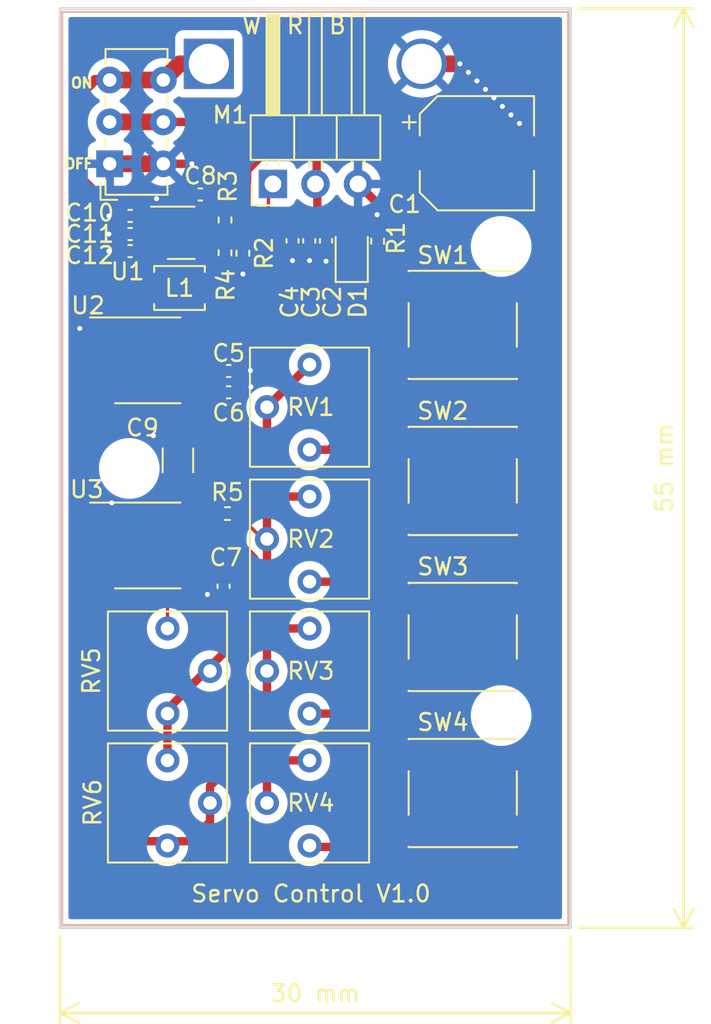
<source format=kicad_pcb>
(kicad_pcb (version 20211014) (generator pcbnew)
  (layers (0 "F.Cu" signal "Top") (31 "B.Cu" signal "Bottom") (34 "B.Paste" user) (35 "F.Paste" user) (36 "B.SilkS" user "B.Silkscreen") (37 "F.SilkS" user "F.Silkscreen") (38 "B.Mask" user) (39 "F.Mask" user) (44 "Edge.Cuts" user))
  (net 0 "")
  (net 1 "Vin")
  (net 2 "GND")
  (net 3 "+6V")
  (net 4 "Net-(C7-Pad1)")
  (net 5 "Net-(C8-Pad1)")
  (net 6 "Net-(M1-Pad1)")
  (net 7 "Net-(R4-Pad2)")
  (net 8 "Net-(RV3-Pad3)")
  (net 9 "Net-(RV4-Pad3)")
  (net 10 "Net-(R2-Pad2)")
  (net 11 "Net-(D1-Pad1)")
  (net 12 "Net-(C2-Pad1)")
  (net 13 "Net-(C5-Pad2)")
  (net 14 "Net-(C5-Pad1)")
  (net 15 "Net-(C9-Pad1)")
  (net 16 "Net-(R2-Pad1)")
  (net 17 "Net-(R3-Pad2)")
  (net 18 "Net-(RV1-Pad3)")
  (net 19 "Net-(RV2-Pad3)")
  (net 20 "Net-(RV6-Pad1)")
  (net 21 "Net-(U3-Pad3)")
  (footprint "Package_SO:SOIC-8_3.9x4.9mm_P1.27mm" (layer "F.Cu") (at 95.4182 136.442466)
    (fp_text reference "U3" (at -3.648 -3.346466) (layer "F.SilkS"))
    (fp_text value "NE555D")
    (pad "1" smd roundrect (at -2.475 -1.905) (size 1.95 0.6) (layers "F.Cu" "F.Paste" "F.Mask") (net 2 "GND"))
    (pad "2" smd roundrect (at -2.475 -0.635) (size 1.95 0.6) (layers "F.Cu" "F.Paste" "F.Mask") (net 12 "Net-(C2-Pad1)"))
    (pad "3" smd roundrect (at -2.475 0.635) (size 1.95 0.6) (layers "F.Cu" "F.Paste" "F.Mask") (net 21 "Net-(U3-Pad3)"))
    (pad "4" smd roundrect (at -2.475 1.905) (size 1.95 0.6) (layers "F.Cu" "F.Paste" "F.Mask") (net 3 "+6V"))
    (pad "5" smd roundrect (at 2.475 1.905) (size 1.95 0.6) (layers "F.Cu" "F.Paste" "F.Mask") (net 15 "Net-(C9-Pad1)"))
    (pad "6" smd roundrect (at 2.475 0.635) (size 1.95 0.6) (layers "F.Cu" "F.Paste" "F.Mask") (net 12 "Net-(C2-Pad1)"))
    (pad "7" smd roundrect (at 2.475 -0.635) (size 1.95 0.6) (layers "F.Cu" "F.Paste" "F.Mask") (net 20 "Net-(RV6-Pad1)"))
    (pad "8" smd roundrect (at 2.475 -1.905) (size 1.95 0.6) (layers "F.Cu" "F.Paste" "F.Mask") (net 3 "+6V"))
  )
  (footprint "Capacitor_SMD:C_0402_1005Metric" (layer "F.Cu") (at 106.0542 118.261466 -90)
    (fp_text reference "C2" (at 3.658534 -0.3718 90) (layer "F.SilkS"))
    (fp_text value "22uF")
    (pad "1" smd roundrect (at -0.48 0 270) (size 0.56 0.62) (layers "F.Cu" "F.Paste" "F.Mask") (net 3 "+6V"))
    (pad "2" smd roundrect (at 0.48 0 270) (size 0.56 0.62) (layers "F.Cu" "F.Paste" "F.Mask") (net 2 "GND"))
  )
  (footprint "Capacitor_SMD:C_0402_1005Metric" (layer "F.Cu") (at 105.0542 118.261466 -90)
    (fp_text reference "C3" (at 3.658534 -0.1018 90) (layer "F.SilkS"))
    (fp_text value "22uF")
    (pad "1" smd roundrect (at -0.48 0 270) (size 0.56 0.62) (layers "F.Cu" "F.Paste" "F.Mask") (net 3 "+6V"))
    (pad "2" smd roundrect (at 0.48 0 270) (size 0.56 0.62) (layers "F.Cu" "F.Paste" "F.Mask") (net 2 "GND"))
  )
  (footprint "Capacitor_SMD:CP_Elec_6.3x7.7" (layer "F.Cu") (at 115.062 113.03)
    (fp_text reference "C1" (at -4.318 3.048) (layer "F.SilkS"))
    (fp_text value "470uF")
    (pad "1" smd roundrect (at -2.7 0) (size 3.5 1.6) (layers "F.Cu" "F.Paste" "F.Mask") (roundrect_rratio 0.15625) (net 3 "+6V"))
    (pad "2" smd roundrect (at 2.7 0) (size 3.5 1.6) (layers "F.Cu" "F.Paste" "F.Mask") (roundrect_rratio 0.15625) (net 2 "GND"))
  )
  (footprint "EG1271:POT" (layer "F.Cu") (at 105.1482 143.935466 180)
    (fp_text reference "RV3" (at 0 0 unlocked) (layer "F.SilkS"))
    (fp_text value "5K")
    (pad "1" thru_hole circle (at 0.078 2.54 180) (size 1.44 1.44) (drill 0.8) (layers *.Mask "F.Cu" "In1.Cu" "B.Cu") (net 17 "Net-(R3-Pad2)"))
    (pad "2" thru_hole circle (at 2.618 0 180) (size 1.44 1.44) (drill 0.8) (layers *.Mask "F.Cu" "In1.Cu" "B.Cu") (net 17 "Net-(R3-Pad2)"))
    (pad "3" thru_hole circle (at 0.078 -2.54 180) (size 1.44 1.44) (drill 0.8) (layers *.Mask "F.Cu" "In1.Cu" "B.Cu") (net 9 "Net-(RV4-Pad3)"))
  )
  (footprint "LED_SMD:LED_0805_2012Metric" (layer "F.Cu") (at 107.5892 119.031466 90)
    (fp_text reference "D1" (at -2.888534 0.3608 90) (layer "F.SilkS"))
    (fp_text value "PWD")
    (pad "1" smd roundrect (at -0.9375 0 90) (size 0.975 1.4) (layers "F.Cu" "F.Paste" "F.Mask") (net 11 "Net-(D1-Pad1)"))
    (pad "2" smd roundrect (at 0.9375 0 90) (size 0.975 1.4) (layers "F.Cu" "F.Paste" "F.Mask") (net 3 "+6V"))
  )
  (footprint "Button_Switch_SMD:SW_SPST_PTS645" (layer "F.Cu") (at 114.2142 151.2168)
    (fp_text reference "SW4" (at -1.1842 -4.221466) (layer "F.SilkS"))
    (fp_text value "SW_Push")
    (pad "1" smd rect (at -3.98 -2.25) (size 1.55 1.3) (layers "F.Cu" "F.Paste" "F.Mask") (net 4 "Net-(C7-Pad1)"))
    (pad "1" smd rect (at 3.98 -2.25) (size 1.55 1.3) (layers "F.Cu" "F.Paste" "F.Mask") (net 4 "Net-(C7-Pad1)"))
    (pad "2" smd rect (at -3.98 2.25) (size 1.55 1.3) (layers "F.Cu" "F.Paste" "F.Mask") (net 8 "Net-(RV3-Pad3)"))
    (pad "2" smd rect (at 3.98 2.25) (size 1.55 1.3) (layers "F.Cu" "F.Paste" "F.Mask") (net 8 "Net-(RV3-Pad3)"))
  )
  (footprint "Resistor_SMD:R_0402_1005Metric" (layer "F.Cu") (at 100.0252 117.0178 90)
    (fp_text reference "R3" (at 2.0066 0.1778 90) (layer "F.SilkS"))
    (fp_text value "10K")
    (pad "1" smd roundrect (at -0.51 0 90) (size 0.54 0.64) (layers "F.Cu" "F.Paste" "F.Mask") (net 16 "Net-(R2-Pad1)"))
    (pad "2" smd roundrect (at 0.51 0 90) (size 0.54 0.64) (layers "F.Cu" "F.Paste" "F.Mask") (net 10 "Net-(R2-Pad2)"))
  )
  (footprint "Inductor_SMD:L_Wuerth_WE-GF-1210" (layer "F.Cu") (at 97.3074 121.075466)
    (fp_text reference "L1" (at 0 0) (layer "F.SilkS"))
    (fp_text value "2.2uH")
    (pad "1" smd rect (at -1.4 0) (size 1 1.4) (layers "F.Cu" "F.Paste" "F.Mask") (net 13 "Net-(C5-Pad2)"))
    (pad "2" smd rect (at 1.4 0) (size 1 1.4) (layers "F.Cu" "F.Paste" "F.Mask") (net 3 "+6V"))
  )
  (footprint "Resistor_SMD:R_0402_1005Metric" (layer "F.Cu") (at 100.168 134.537466)
    (fp_text reference "R5" (at 0 -1.27) (layer "F.SilkS"))
    (fp_text value "5K")
    (pad "1" smd roundrect (at -0.51 0) (size 0.54 0.64) (layers "F.Cu" "F.Paste" "F.Mask") (net 3 "+6V"))
    (pad "2" smd roundrect (at 0.51 0) (size 0.54 0.64) (layers "F.Cu" "F.Paste" "F.Mask") (net 17 "Net-(R3-Pad2)"))
  )
  (footprint "Capacitor_SMD:C_0402_1005Metric" (layer "F.Cu") (at 100.2442 126.028466)
    (fp_text reference "C5" (at 0 -1.060466) (layer "F.SilkS"))
    (fp_text value "180nF")
    (pad "1" smd roundrect (at -0.48 0) (size 0.56 0.62) (layers "F.Cu" "F.Paste" "F.Mask") (net 4 "Net-(C7-Pad1)"))
    (pad "2" smd roundrect (at 0.48 0) (size 0.56 0.62) (layers "F.Cu" "F.Paste" "F.Mask") (net 2 "GND"))
  )
  (footprint "Button_Switch_SMD:SW_SPST_PTS645" (layer "F.Cu") (at 114.2142 141.903466)
    (fp_text reference "SW3" (at -1.1842 -4.19791) (layer "F.SilkS"))
    (fp_text value "SW_Push")
    (pad "1" smd rect (at 3.98 -2.25) (size 1.55 1.3) (layers "F.Cu" "F.Paste" "F.Mask") (net 4 "Net-(C7-Pad1)"))
    (pad "1" smd rect (at -3.98 -2.25) (size 1.55 1.3) (layers "F.Cu" "F.Paste" "F.Mask") (net 4 "Net-(C7-Pad1)"))
    (pad "2" smd rect (at -3.98 2.25) (size 1.55 1.3) (layers "F.Cu" "F.Paste" "F.Mask") (net 9 "Net-(RV4-Pad3)"))
    (pad "2" smd rect (at 3.98 2.25) (size 1.55 1.3) (layers "F.Cu" "F.Paste" "F.Mask") (net 9 "Net-(RV4-Pad3)"))
  )
  (footprint "Connector_PinHeader_2.54mm:PinHeader_1x03_P2.54mm_Horizontal" (layer "F.Cu") (at 102.885 114.865 90)
    (fp_text reference "M1" (at 4.121 -2.555) (layer "F.SilkS"))
    (fp_text value "Motor_Servo")
    (pad "1" thru_hole rect (at 0 0 90) (size 1.7 1.7) (drill 1) (layers *.Cu *.Mask) (net 6 "Net-(M1-Pad1)"))
    (pad "2" thru_hole oval (at 0 2.54 90) (size 1.7 1.7) (drill 1) (layers *.Cu *.Mask) (net 3 "+6V"))
    (pad "3" thru_hole oval (at 0 5.08 90) (size 1.7 1.7) (drill 1) (layers *.Cu *.Mask) (net 2 "GND"))
  )
  (footprint "Capacitor_SMD:C_0402_1005Metric" (layer "F.Cu") (at 100.2442 127.298466)
    (fp_text reference "C6" (at 0 1.225534) (layer "F.SilkS"))
    (fp_text value "100nF")
    (pad "1" smd roundrect (at -0.48 0) (size 0.56 0.62) (layers "F.Cu" "F.Paste" "F.Mask") (net 5 "Net-(C8-Pad1)"))
    (pad "2" smd roundrect (at 0.48 0) (size 0.56 0.62) (layers "F.Cu" "F.Paste" "F.Mask") (net 2 "GND"))
  )
  (footprint "Capacitor_SMD:C_0402_1005Metric" (layer "F.Cu") (at 99.9394 138.880866 -90)
    (fp_text reference "C7" (at -1.720866 -0.1366) (layer "F.SilkS"))
    (fp_text value "100nF")
    (pad "1" smd roundrect (at -0.48 0 270) (size 0.56 0.62) (layers "F.Cu" "F.Paste" "F.Mask") (net 15 "Net-(C9-Pad1)"))
    (pad "2" smd roundrect (at 0.48 0 270) (size 0.56 0.62) (layers "F.Cu" "F.Paste" "F.Mask") (net 2 "GND"))
  )
  (footprint "Button_Switch_SMD:SW_SPST_PTS645" (layer "F.Cu") (at 114.2142 123.2768)
    (fp_text reference "SW1" (at -1.1842 -4.1508) (layer "F.SilkS"))
    (fp_text value "SW_Push")
    (pad "1" smd rect (at -3.98 -2.25) (size 1.55 1.3) (layers "F.Cu" "F.Paste" "F.Mask") (net 4 "Net-(C7-Pad1)"))
    (pad "1" smd rect (at 3.98 -2.25) (size 1.55 1.3) (layers "F.Cu" "F.Paste" "F.Mask") (net 4 "Net-(C7-Pad1)"))
    (pad "2" smd rect (at 3.98 2.25) (size 1.55 1.3) (layers "F.Cu" "F.Paste" "F.Mask") (net 18 "Net-(RV1-Pad3)"))
    (pad "2" smd rect (at -3.98 2.25) (size 1.55 1.3) (layers "F.Cu" "F.Paste" "F.Mask") (net 18 "Net-(RV1-Pad3)"))
  )
  (footprint "EG1271:POT" (layer "F.Cu") (at 96.5122 151.809466)
    (fp_text reference "RV6" (at -4.3864 -0.019066 90 unlocked) (layer "F.SilkS"))
    (fp_text value "100K")
    (pad "1" thru_hole circle (at 0.078 2.54) (size 1.44 1.44) (drill 0.8) (layers *.Mask "F.Cu" "In1.Cu" "B.Cu") (net 3 "+6V"))
    (pad "2" thru_hole circle (at 2.618 0) (size 1.44 1.44) (drill 0.8) (layers *.Mask "F.Cu" "In1.Cu" "B.Cu") (net 3 "+6V"))
    (pad "3" thru_hole circle (at 0.078 -2.54) (size 1.44 1.44) (drill 0.8) (layers *.Mask "F.Cu" "In1.Cu" "B.Cu") (net 20 "Net-(RV6-Pad1)"))
  )
  (footprint "Resistor_SMD:R_0402_1005Metric" (layer "F.Cu") (at 100.0252 118.9736 90)
    (fp_text reference "R4" (at -1.9304 0.0508 90) (layer "F.SilkS"))
    (fp_text value "6.8K")
    (pad "1" smd roundrect (at -0.51 0 90) (size 0.54 0.64) (layers "F.Cu" "F.Paste" "F.Mask") (net 3 "+6V"))
    (pad "2" smd roundrect (at 0.51 0 90) (size 0.54 0.64) (layers "F.Cu" "F.Paste" "F.Mask") (net 7 "Net-(R4-Pad2)"))
  )
  (footprint "Capacitor_SMD:C_0402_1005Metric" (layer "F.Cu") (at 94.361 118.872 180)
    (fp_text reference "C12" (at 2.413 -0.254) (layer "F.SilkS"))
    (fp_text value "NC")
    (pad "1" smd roundrect (at -0.48 0 180) (size 0.56 0.62) (layers "F.Cu" "F.Paste" "F.Mask") (net 1 "Vin"))
    (pad "2" smd roundrect (at 0.48 0 180) (size 0.56 0.62) (layers "F.Cu" "F.Paste" "F.Mask") (net 2 "GND"))
  )
  (footprint "Button_Switch_THT:SW_E-Switch_EG1271_DPDT" (layer "F.Cu") (at 93.142 113.6615 90)
    (fp_text reference "SW5" hide)
    (fp_text value "SW_DPDT_x2")
    (pad "1" thru_hole rect (at 0 0 90) (size 1.6 1.6) (drill 0.8) (layers *.Cu *.Mask) (net 2 "GND"))
    (pad "2" thru_hole circle (at 2.5 0 90) (size 1.6 1.6) (drill 0.8) (layers *.Cu *.Mask) (net 10 "Net-(R2-Pad2)"))
    (pad "3" thru_hole circle (at 5 0 90) (size 1.6 1.6) (drill 0.8) (layers *.Cu *.Mask) (net 1 "Vin"))
    (pad "4" thru_hole circle (at 0 3.2 90) (size 1.6 1.6) (drill 0.8) (layers *.Cu *.Mask) (net 2 "GND"))
    (pad "5" thru_hole circle (at 2.5 3.2 90) (size 1.6 1.6) (drill 0.8) (layers *.Cu *.Mask) (net 10 "Net-(R2-Pad2)"))
    (pad "6" thru_hole circle (at 5 3.2 90) (size 1.6 1.6) (drill 0.8) (layers *.Cu *.Mask) (net 1 "Vin"))
  )
  (footprint "EG1271:POT" (layer "F.Cu") (at 105.1482 151.809466 180)
    (fp_text reference "RV4" (at 0 0 unlocked) (layer "F.SilkS"))
    (fp_text value "5K")
    (pad "1" thru_hole circle (at 0.078 2.54 180) (size 1.44 1.44) (drill 0.8) (layers *.Mask "F.Cu" "In1.Cu" "B.Cu") (net 17 "Net-(R3-Pad2)"))
    (pad "2" thru_hole circle (at 2.618 0 180) (size 1.44 1.44) (drill 0.8) (layers *.Mask "F.Cu" "In1.Cu" "B.Cu") (net 17 "Net-(R3-Pad2)"))
    (pad "3" thru_hole circle (at 0.078 -2.54 180) (size 1.44 1.44) (drill 0.8) (layers *.Mask "F.Cu" "In1.Cu" "B.Cu") (net 8 "Net-(RV3-Pad3)"))
  )
  (footprint "Capacitor_SMD:C_0402_1005Metric" (layer "F.Cu") (at 94.361 116.7735 180)
    (fp_text reference "C10" (at 2.413 0.1875) (layer "F.SilkS"))
    (fp_text value "10uF")
    (pad "1" smd roundrect (at -0.48 0 180) (size 0.56 0.62) (layers "F.Cu" "F.Paste" "F.Mask") (net 1 "Vin"))
    (pad "2" smd roundrect (at 0.48 0 180) (size 0.56 0.62) (layers "F.Cu" "F.Paste" "F.Mask") (net 2 "GND"))
  )
  (footprint "Resistor_SMD:R_0402_1005Metric" (layer "F.Cu") (at 109.1342 118.281466 90)
    (fp_text reference "R1" (at 0.171466 1.1018 270) (layer "F.SilkS"))
    (fp_text value "82")
    (pad "1" smd roundrect (at -0.51 0 90) (size 0.54 0.64) (layers "F.Cu" "F.Paste" "F.Mask") (net 11 "Net-(D1-Pad1)"))
    (pad "2" smd roundrect (at 0.51 0 90) (size 0.54 0.64) (layers "F.Cu" "F.Paste" "F.Mask") (net 2 "GND"))
  )
  (footprint "Resistor_SMD:R_0402_1005Metric" (layer "F.Cu") (at 101.092 118.999 -90)
    (fp_text reference "R2" (at 0.002 -1.27 90) (layer "F.SilkS"))
    (fp_text value "10K")
    (pad "1" smd roundrect (at -0.51 0 270) (size 0.54 0.64) (layers "F.Cu" "F.Paste" "F.Mask") (net 7 "Net-(R4-Pad2)"))
    (pad "2" smd roundrect (at 0.51 0 270) (size 0.54 0.64) (layers "F.Cu" "F.Paste" "F.Mask") (net 2 "GND"))
  )
  (footprint "Button_Switch_SMD:SW_SPST_PTS645" (layer "F.Cu") (at 114.2142 132.590133)
    (fp_text reference "SW2" (at -1.1842 -4.174355) (layer "F.SilkS"))
    (fp_text value "SW_Push")
    (pad "1" smd rect (at 3.98 -2.25) (size 1.55 1.3) (layers "F.Cu" "F.Paste" "F.Mask") (net 4 "Net-(C7-Pad1)"))
    (pad "1" smd rect (at -3.98 -2.25) (size 1.55 1.3) (layers "F.Cu" "F.Paste" "F.Mask") (net 4 "Net-(C7-Pad1)"))
    (pad "2" smd rect (at 3.98 2.25) (size 1.55 1.3) (layers "F.Cu" "F.Paste" "F.Mask") (net 19 "Net-(RV2-Pad3)"))
    (pad "2" smd rect (at -3.98 2.25) (size 1.55 1.3) (layers "F.Cu" "F.Paste" "F.Mask") (net 19 "Net-(RV2-Pad3)"))
  )
  (footprint "EG1271:POT" (layer "F.Cu") (at 105.1482 136.061466 180)
    (fp_text reference "RV2" (at 0 0 unlocked) (layer "F.SilkS"))
    (fp_text value "5K")
    (pad "1" thru_hole circle (at 0.078 2.54 180) (size 1.44 1.44) (drill 0.8) (layers *.Mask "F.Cu" "In1.Cu" "B.Cu") (net 17 "Net-(R3-Pad2)"))
    (pad "2" thru_hole circle (at 2.618 0 180) (size 1.44 1.44) (drill 0.8) (layers *.Mask "F.Cu" "In1.Cu" "B.Cu") (net 17 "Net-(R3-Pad2)"))
    (pad "3" thru_hole circle (at 0.078 -2.54 180) (size 1.44 1.44) (drill 0.8) (layers *.Mask "F.Cu" "In1.Cu" "B.Cu") (net 19 "Net-(RV2-Pad3)"))
  )
  (footprint "EG1271:POT" (layer "F.Cu") (at 105.1482 128.187466 180)
    (fp_text reference "RV1" (at 0 0 unlocked) (layer "F.SilkS"))
    (fp_text value "5K")
    (pad "1" thru_hole circle (at 0.078 2.54 180) (size 1.44 1.44) (drill 0.8) (layers *.Mask "F.Cu" "In1.Cu" "B.Cu") (net 17 "Net-(R3-Pad2)"))
    (pad "2" thru_hole circle (at 2.618 0 180) (size 1.44 1.44) (drill 0.8) (layers *.Mask "F.Cu" "In1.Cu" "B.Cu") (net 17 "Net-(R3-Pad2)"))
    (pad "3" thru_hole circle (at 0.078 -2.54 180) (size 1.44 1.44) (drill 0.8) (layers *.Mask "F.Cu" "In1.Cu" "B.Cu") (net 18 "Net-(RV1-Pad3)"))
  )
  (footprint "Package_SO:SOIC-8_3.9x4.9mm_P1.27mm" (layer "F.Cu") (at 95.4182 125.393466)
    (fp_text reference "U2" (at -3.5718 -3.270266) (layer "F.SilkS"))
    (fp_text value "NE555D")
    (pad "1" smd roundrect (at -2.475 -1.905) (size 1.95 0.6) (layers "F.Cu" "F.Paste" "F.Mask") (net 2 "GND"))
    (pad "2" smd roundrect (at -2.475 -0.635) (size 1.95 0.6) (layers "F.Cu" "F.Paste" "F.Mask") (net 21 "Net-(U3-Pad3)"))
    (pad "3" smd roundrect (at -2.475 0.635) (size 1.95 0.6) (layers "F.Cu" "F.Paste" "F.Mask") (net 6 "Net-(M1-Pad1)"))
    (pad "4" smd roundrect (at -2.475 1.905) (size 1.95 0.6) (layers "F.Cu" "F.Paste" "F.Mask") (net 3 "+6V"))
    (pad "5" smd roundrect (at 2.475 1.905) (size 1.95 0.6) (layers "F.Cu" "F.Paste" "F.Mask") (net 5 "Net-(C8-Pad1)"))
    (pad "6" smd roundrect (at 2.475 0.635) (size 1.95 0.6) (layers "F.Cu" "F.Paste" "F.Mask") (net 4 "Net-(C7-Pad1)"))
    (pad "7" smd roundrect (at 2.475 -0.635) (size 1.95 0.6) (layers "F.Cu" "F.Paste" "F.Mask") (net 4 "Net-(C7-Pad1)"))
    (pad "8" smd roundrect (at 2.475 -1.905) (size 1.95 0.6) (layers "F.Cu" "F.Paste" "F.Mask") (net 3 "+6V"))
  )
  (footprint "EG1271:POT" (layer "F.Cu") (at 96.5122 143.935466)
    (fp_text reference "RV5" (at -4.4626 0 90 unlocked) (layer "F.SilkS"))
    (fp_text value "2K")
    (pad "1" thru_hole circle (at 0.078 2.54) (size 1.44 1.44) (drill 0.8) (layers *.Mask "F.Cu" "In1.Cu" "B.Cu") (net 20 "Net-(RV6-Pad1)"))
    (pad "2" thru_hole circle (at 2.618 0) (size 1.44 1.44) (drill 0.8) (layers *.Mask "F.Cu" "In1.Cu" "B.Cu") (net 20 "Net-(RV6-Pad1)"))
    (pad "3" thru_hole circle (at 0.078 -2.54) (size 1.44 1.44) (drill 0.8) (layers *.Mask "F.Cu" "In1.Cu" "B.Cu") (net 12 "Net-(C2-Pad1)"))
  )
  (footprint "Capacitor_SMD:C_0402_1005Metric" (layer "F.Cu") (at 104.0542 118.261466 -90)
    (fp_text reference "C4" (at 3.658534 0.1682 90) (layer "F.SilkS"))
    (fp_text value "100nF")
    (pad "1" smd roundrect (at -0.48 0 270) (size 0.56 0.62) (layers "F.Cu" "F.Paste" "F.Mask") (net 3 "+6V"))
    (pad "2" smd roundrect (at 0.48 0 270) (size 0.56 0.62) (layers "F.Cu" "F.Paste" "F.Mask") (net 2 "GND"))
  )
  (footprint "Capacitor_SMD:C_1206_3216Metric" (layer "F.Cu") (at 97.2142 131.362466 90)
    (fp_text reference "C9" (at 1.949466 -2.1166) (layer "F.SilkS"))
    (fp_text value "560nF")
    (pad "1" smd roundrect (at -1.475 0 90) (size 1.15 1.8) (layers "F.Cu" "F.Paste" "F.Mask") (roundrect_rratio 0.2173913043) (net 12 "Net-(C2-Pad1)"))
    (pad "2" smd roundrect (at 1.475 0 90) (size 1.15 1.8) (layers "F.Cu" "F.Paste" "F.Mask") (roundrect_rratio 0.2173913043) (net 2 "GND"))
  )
  (footprint "Package_TO_SOT_SMD:SOT-23-6" (layer "F.Cu") (at 97.409 117.7798)
    (fp_text reference "U1" (at -3.2004 2.3114) (layer "F.SilkS"))
    (fp_text value "TPS562200")
    (pad "1" smd roundrect (at -1.1375 -0.95) (size 1.325 0.6) (layers "F.Cu" "F.Paste" "F.Mask") (net 2 "GND"))
    (pad "2" smd roundrect (at -1.1375 0) (size 1.325 0.6) (layers "F.Cu" "F.Paste" "F.Mask") (net 13 "Net-(C5-Pad2)"))
    (pad "3" smd roundrect (at -1.1375 0.95) (size 1.325 0.6) (layers "F.Cu" "F.Paste" "F.Mask") (net 1 "Vin"))
    (pad "4" smd roundrect (at 1.1375 0.95) (size 1.325 0.6) (layers "F.Cu" "F.Paste" "F.Mask") (net 7 "Net-(R4-Pad2)"))
    (pad "5" smd roundrect (at 1.1375 0) (size 1.325 0.6) (layers "F.Cu" "F.Paste" "F.Mask") (net 16 "Net-(R2-Pad1)"))
    (pad "6" smd roundrect (at 1.1375 -0.95) (size 1.325 0.6) (layers "F.Cu" "F.Paste" "F.Mask") (net 14 "Net-(C5-Pad1)"))
  )
  (footprint "Capacitor_SMD:C_0402_1005Metric" (layer "F.Cu") (at 98.552 115.4938 180)
    (fp_text reference "C8" (at 0 1.1176) (layer "F.SilkS"))
    (fp_text value "0,1uF")
    (pad "1" smd roundrect (at -0.48 0 180) (size 0.56 0.62) (layers "F.Cu" "F.Paste" "F.Mask") (net 14 "Net-(C5-Pad1)"))
    (pad "2" smd roundrect (at 0.48 0 180) (size 0.56 0.62) (layers "F.Cu" "F.Paste" "F.Mask") (net 13 "Net-(C5-Pad2)"))
  )
  (footprint "Capacitor_SMD:C_0402_1005Metric" (layer "F.Cu") (at 94.361 117.856 180)
    (fp_text reference "C11" (at 2.413 0) (layer "F.SilkS"))
    (fp_text value "10uF")
    (pad "1" smd roundrect (at -0.48 0 180) (size 0.56 0.62) (layers "F.Cu" "F.Paste" "F.Mask") (net 1 "Vin"))
    (pad "2" smd roundrect (at 0.48 0 180) (size 0.56 0.62) (layers "F.Cu" "F.Paste" "F.Mask") (net 2 "GND"))
  )
  (footprint "Battery:BatteryHolder_Eagle_12BH611-GR" (layer "B.Cu") (at 99.06 107.696 90)
    (fp_text reference "BT1" hide)
    (fp_text value "Battery")
    (pad "" np_thru_hole circle locked (at -24.15 -4.75 90) (size 2.6 2.6) (drill 2.6) (layers *.Cu *.Mask))
    (pad "" np_thru_hole circle locked (at -38.9 17.45 90) (size 2.6 2.6) (drill 2.6) (layers *.Cu *.Mask))
    (pad "" np_thru_hole circle locked (at -10.9 17.45 90) (size 2.6 2.6) (drill 2.6) (layers *.Cu *.Mask))
    (pad "1" thru_hole rect locked (at 0 0 90) (size 3 3) (drill 2.4) (layers *.Cu *.Mask) (net 1 "Vin"))
    (pad "2" thru_hole circle locked (at 0 12.7 90) (size 3 3) (drill 2.4) (layers *.Cu *.Mask) (net 2 "GND"))
  )
  (footprint "LOGO" (layer "B.Cu") (at 114.554 132.334 -90)
    (fp_text reference "G***" hide)
    (fp_text value "LOGO" hide)
  )
  (gr_rect (start 90.17 104.394) (end 120.65 159.258) (layer "Edge.Cuts") (width 0.15) (fill none))
  (gr_text "ON\n\n\n\n\nOFF" (at 92.202 111.252) (layer "F.SilkS") (effects (font (size 0.6 0.6)) (justify right)))
  (gr_text "Servo Control V1.0" (at 105.156 157.226) (layer "F.SilkS") (effects (font (size 1 1))))
  (gr_text "W  R  B" (at 104.14 105.41) (layer "F.SilkS") (effects (font (size 1 1))))
  (dimension (type aligned) (layer "F.SilkS") (pts (xy 120.65 159.258) (xy 120.65 104.394)) (height 6.752) (gr_text "55 mm" (at 126.252 131.826 90) (layer "F.SilkS") (effects (font (size 1 1) (thickness 0.15)))) (format (units 3) (units_format 1) (precision 4) (override_value "55")) (style (thickness 0.15) (arrow_length 1.27) (text_position_mode 0) (extension_height 0.58642) (extension_offset 0.5) keep_text_aligned))
  (dimension (type aligned) (layer "F.SilkS") (pts (xy 90.17 159.258) (xy 120.65 159.258)) (height 5.079999) (gr_text "30 mm" (at 105.41 163.187999) (layer "F.SilkS") (effects (font (size 1 1) (thickness 0.15)))) (format (units 3) (units_format 1) (precision 4) (override_value "30")) (style (thickness 0.15) (arrow_length 1.27) (text_position_mode 0) (extension_height 0.58642) (extension_offset 0.5) keep_text_aligned))
  (segment (start 91.44 114.554) (end 92.456 115.57) (width 0.6) (layer "F.Cu") (net 1))
  (segment (start 92.2525 108.6615) (end 91.44 109.474) (width 0.6) (layer "F.Cu") (net 1))
  (segment (start 94.234 115.57) (end 94.841 116.177) (width 0.6) (layer "F.Cu") (net 1))
  (segment (start 99.06 107.696) (end 97.3075 107.696) (width 1) (layer "F.Cu") (net 1))
  (segment (start 94.991534 118.721466) (end 95.9372 118.721466) (width 0.5) (layer "F.Cu") (net 1))
  (segment (start 94.841 116.177) (end 94.841 116.7735) (width 0.6) (layer "F.Cu") (net 1))
  (segment (start 97.3075 107.696) (end 96.342 108.6615) (width 1) (layer "F.Cu") (net 1))
  (segment (start 94.841 116.7735) (end 94.841 118.872) (width 0.5) (layer "F.Cu") (net 1))
  (segment (start 96.342 108.6615) (end 93.142 108.6615) (width 1) (layer "F.Cu") (net 1))
  (segment (start 94.841 118.872) (end 94.9095 118.8035) (width 0.5) (layer "F.Cu") (net 1))
  (segment (start 93.142 108.6615) (end 92.2525 108.6615) (width 0.6) (layer "F.Cu") (net 1))
  (segment (start 91.44 109.474) (end 91.44 114.554) (width 0.6) (layer "F.Cu") (net 1))
  (segment (start 92.456 115.57) (end 94.234 115.57) (width 0.6) (layer "F.Cu") (net 1))
  (segment (start 95.9352 118.723466) (end 94.989534 118.723466) (width 0.2) (layer "F.Cu") (net 1))
  (segment (start 94.841 118.872) (end 94.991534 118.721466) (width 0.5) (layer "F.Cu") (net 1))
  (segment (start 115.57 109.22) (end 115.062 108.712) (width 1) (layer "F.Cu") (net 2))
  (segment (start 93.091 116.7735) (end 93.881 116.7735) (width 0.5) (layer "F.Cu") (net 2))
  (segment (start 104.0542 118.741466) (end 104.0542 119.438466) (width 0.5) (layer "F.Cu") (net 2))
  (segment (start 93.881 116.7735) (end 93.881 118.872) (width 0.5) (layer "F.Cu") (net 2))
  (segment (start 93.2622 133.899466) (end 93.2622 134.537466) (width 0.5) (layer "F.Cu") (net 2))
  (segment (start 95.7502 129.887466) (end 97.2142 129.887466) (width 0.2) (layer "F.Cu") (net 2))
  (segment (start 117.762 111.412) (end 117.602 111.252) (width 1) (layer "F.Cu") (net 2))
  (segment (start 99.9902 139.335466) (end 99.0022 139.335466) (width 0.5) (layer "F.Cu") (net 2))
  (segment (start 91.3542 123.488466) (end 92.9432 123.488466) (width 0.5) (layer "F.Cu") (net 2))
  (segment (start 109.1342 116.727966) (end 109.1342 117.771466) (width 0.5) (layer "F.Cu") (net 2))
  (segment (start 101.092 119.509) (end 101.092 120.2436) (width 0.5) (layer "F.Cu") (net 2))
  (segment (start 117.094 110.744) (end 116.586 110.236) (width 1) (layer "F.Cu") (net 2))
  (segment (start 101.5142 126.028466) (end 101.5396 126.003066) (width 0.2) (layer "F.Cu") (net 2))
  (segment (start 111.76 107.696) (end 114.046 107.696) (width 1) (layer "F.Cu") (net 2))
  (segment (start 114.554 108.204) (end 114.046 107.696) (width 1) (layer "F.Cu") (net 2))
  (segment (start 98.044 113.6615) (end 96.342 113.6615) (width 0.5) (layer "F.Cu") (net 2))
  (segment (start 99.0022 139.335466) (end 98.9742 139.363466) (width 0.5) (layer "F.Cu") (net 2))
  (segment (start 100.7242 126.028466) (end 101.5142 126.028466) (width 0.2) (layer "F.Cu") (net 2))
  (segment (start 101.250734 127.298466) (end 100.7242 127.298466) (width 0.2) (layer "F.Cu") (net 2))
  (segment (start 116.586 110.236) (end 116.078 109.728) (width 1) (layer "F.Cu") (net 2))
  (segment (start 96.342 113.6615) (end 93.142 113.6615) (width 1) (layer "F.Cu") (net 2))
  (segment (start 93.091 118.8715) (end 93.8805 118.8715) (width 0.5) (layer "F.Cu") (net 2))
  (segment (start 95.9372 116.821466) (end 95.9372 115.741466) (width 0.5) (layer "F.Cu") (net 2))
  (segment (start 106.0542 118.741466) (end 106.0542 119.475266) (width 0.5) (layer "F.Cu") (net 2))
  (segment (start 91.3542 123.488466) (end 92.8162 123.488466) (width 0.2) (layer "F.Cu") (net 2))
  (segment (start 93.091 117.8555) (end 93.8805 117.8555) (width 0.5) (layer "F.Cu") (net 2))
  (segment (start 105.0702 118.757466) (end 105.0702 119.438466) (width 0.5) (layer "F.Cu") (net 2))
  (segment (start 109.106117 116.699883) (end 109.1342 116.727966) (width 0.5) (layer "F.Cu") (net 2))
  (segment (start 117.762 113.03) (end 117.762 111.412) (width 1) (layer "F.Cu") (net 2))
  (segment (start 115.062 108.712) (end 114.554 108.204) (width 1) (layer "F.Cu") (net 2))
  (segment (start 107.965 114.865) (end 109.106117 116.006117) (width 0.5) (layer "F.Cu") (net 2))
  (segment (start 109.106117 116.006117) (end 109.106117 116.699883) (width 0.5) (layer "F.Cu") (net 2))
  (segment (start 98.044 113.6615) (end 92.888 113.6615) (width 0.2) (layer "F.Cu") (net 2))
  (segment (start 101.5746 126.9746) (end 101.250734 127.298466) (width 0.2) (layer "F.Cu") (net 2))
  (segment (start 95.9372 115.741466) (end 95.9372 116.569466) (width 0.2) (layer "F.Cu") (net 2))
  (segment (start 110.822 107.696) (end 114.046 107.696) (width 0.2) (layer "F.Cu") (net 2))
  (segment (start 117.602 111.252) (end 117.094 110.744) (width 1) (layer "F.Cu") (net 2))
  (segment (start 116.078 109.728) (end 115.57 109.22) (width 1) (layer "F.Cu") (net 2))
  (via (at 93.091 117.8555) (size 0.6) (drill 0.3) (layers "F.Cu" "B.Cu") (net 2))
  (via (at 115.57 109.22) (size 0.6) (drill 0.3) (layers "F.Cu" "B.Cu") (net 2))
  (via (at 91.3542 123.488466) (size 0.6) (drill 0.3) (layers "F.Cu" "B.Cu") (net 2))
  (via (at 106.0542 119.475266) (size 0.6) (drill 0.3) (layers "F.Cu" "B.Cu") (net 2))
  (via (at 93.091 118.8715) (size 0.6) (drill 0.3) (layers "F.Cu" "B.Cu") (net 2))
  (via (at 117.094 110.744) (size 0.6) (drill 0.3) (layers "F.Cu" "B.Cu") (net 2))
  (via (at 95.9372 115.741466) (size 0.6) (drill 0.3) (layers "F.Cu" "B.Cu") (net 2))
  (via (at 115.062 108.712) (size 0.6) (drill 0.3) (layers "F.Cu" "B.Cu") (net 2))
  (via (at 98.044 113.6615) (size 0.6) (drill 0.3) (layers "F.Cu" "B.Cu") (net 2))
  (via (at 117.602 111.252) (size 0.6) (drill 0.3) (layers "F.Cu" "B.Cu") (net 2))
  (via (at 101.092 120.2436) (size 0.6) (drill 0.3) (layers "F.Cu" "B.Cu") (net 2))
  (via (at 93.091 116.7735) (size 0.6) (drill 0.3) (layers "F.Cu" "B.Cu") (net 2))
  (via (at 104.0542 119.438466) (size 0.6) (drill 0.3) (layers "F.Cu" "B.Cu") (net 2))
  (via (at 116.078 109.728) (size 0.6) (drill 0.3) (layers "F.Cu" "B.Cu") (net 2))
  (via (at 95.7502 129.887466) (size 0.6) (drill 0.3) (layers "F.Cu" "B.Cu") (net 2))
  (via (at 101.5396 126.003066) (size 0.6) (drill 0.3) (layers "F.Cu" "B.Cu") (net 2))
  (via (at 105.0702 119.438466) (size 0.6) (drill 0.3) (layers "F.Cu" "B.Cu") (net 2))
  (via (at 98.9742 139.363466) (size 0.6) (drill 0.3) (layers "F.Cu" "B.Cu") (net 2))
  (via (at 114.554 108.204) (size 0.6) (drill 0.3) (layers "F.Cu" "B.Cu") (net 2))
  (via (at 101.5746 126.9746) (size 0.6) (drill 0.3) (layers "F.Cu" "B.Cu") (net 2))
  (via (at 93.2622 133.899466) (size 0.6) (drill 0.3) (layers "F.Cu" "B.Cu") (net 2))
  (via (at 109.106117 116.699883) (size 0.6) (drill 0.3) (layers "F.Cu" "B.Cu") (net 2))
  (via (at 114.046 107.696) (size 0.6) (drill 0.3) (layers "F.Cu" "B.Cu") (net 2))
  (via (at 116.586 110.236) (size 0.6) (drill 0.3) (layers "F.Cu" "B.Cu") (net 2))
  (segment (start 107.2767 117.781466) (end 103.843 117.781466) (width 0.5) (layer "F.Cu") (net 3))
  (segment (start 95.758 127.254) (end 95.758 124.307666) (width 0.5) (layer "F.Cu") (net 3))
  (segment (start 98.9922 129.221466) (end 98.294734 128.524) (width 0.5) (layer "F.Cu") (net 3))
  (segment (start 98.7074 121.075466) (end 101.352334 121.075466) (width 0.5) (layer "F.Cu") (net 3))
  (segment (start 105.4965 113.1165) (end 105.41 113.03) (width 0.5) (layer "F.Cu") (net 3))
  (segment (start 96.5772 123.488466) (end 97.8932 123.488466) (width 0.5) (layer "F.Cu") (net 3))
  (segment (start 97.9582 154.095466) (end 95.215 154.095466) (width 0.5) (layer "F.Cu") (net 3))
  (segment (start 98.2122 134.537466) (end 98.9922 134.537466) (width 0.5) (layer "F.Cu") (net 3))
  (segment (start 105.41 113.03) (end 102.362 113.03) (width 0.2) (layer "F.Cu") (net 3))
  (segment (start 105.4965 115.373) (end 105.4965 113.1165) (width 0.5) (layer "F.Cu") (net 3))
  (segment (start 99.658 134.537466) (end 99.658 135.106966) (width 0.5) (layer "F.Cu") (net 3))
  (segment (start 101.7682 142.157466) (end 100.7522 143.173466) (width 0.5) (layer "F.Cu") (net 3))
  (segment (start 105.41 113.03) (end 111.678 113.03) (width 0.2) (layer "F.Cu") (net 3))
  (segment (start 107.5892 118.093966) (end 107.2767 117.781466) (width 0.5) (layer "F.Cu") (net 3))
  (segment (start 98.294734 128.524) (end 96.266 128.524) (width 0.5) (layer "F.Cu") (net 3))
  (segment (start 96.266 128.524) (end 95.758 128.016) (width 0.5) (layer "F.Cu") (net 3))
  (segment (start 99.1302 150.793466) (end 99.1302 152.923466) (width 0.5) (layer "F.Cu") (net 3))
  (segment (start 99.9744 121.075466) (end 100.0252 121.024666) (width 0.5) (layer "F.Cu") (net 3))
  (segment (start 101.346 117.094) (end 101.346 114.046) (width 0.5) (layer "F.Cu") (net 3))
  (segment (start 94.4802 139.187466) (end 93.6402 138.347466) (width 0.5) (layer "F.Cu") (net 3))
  (segment (start 95.215 154.095466) (end 94.4802 153.360666) (width 0.5) (layer "F.Cu") (net 3))
  (segment (start 103.2922 121.075466) (end 100.8792 123.488466) (width 0.5) (layer "F.Cu") (net 3))
  (segment (start 99.658 135.106966) (end 101.7682 137.217166) (width 0.5) (layer "F.Cu") (net 3))
  (segment (start 111.678 113.03) (end 102.362 113.03) (width 0.5) (layer "F.Cu") (net 3))
  (segment (start 94.4802 153.360666) (end 94.4802 139.187466) (width 0.5) (layer "F.Cu") (net 3))
  (segment (start 95.758 128.016) (end 95.758 127.254) (width 0.5) (layer "F.Cu") (net 3))
  (segment (start 100.8792 123.488466) (end 97.8932 123.488466) (width 0.5) (layer "F.Cu") (net 3))
  (segment (start 95.758 124.307666) (end 96.5772 123.488466) (width 0.5) (layer "F.Cu") (net 3))
  (segment (start 99.1302 152.923466) (end 97.9582 154.095466) (width 0.5) (layer "F.Cu") (net 3))
  (segment (start 98.9922 134.537466) (end 98.9922 129.221466) (width 0.5) (layer "F.Cu") (net 3))
  (segment (start 101.7682 137.217166) (end 101.7682 142.157466) (width 0.5) (layer "F.Cu") (net 3))
  (segment (start 92.9432 127.298466) (end 95.713534 127.298466) (width 0.5) (layer "F.Cu") (net 3))
  (segment (start 101.352334 121.075466) (end 102.0222 120.4056) (width 0.5) (layer "F.Cu") (net 3))
  (segment (start 101.346 114.046) (end 102.362 113.03) (width 0.5) (layer "F.Cu") (net 3))
  (segment (start 100.7522 149.171466) (end 99.1302 150.793466) (width 0.5) (layer "F.Cu") (net 3))
  (segment (start 105.425 114.865) (end 105.537 114.977) (width 0.5) (layer "F.Cu") (net 3))
  (segment (start 102.0222 120.4056) (end 102.0222 117.7448) (width 0.5) (layer "F.Cu") (net 3))
  (segment (start 102.0222 117.7448) (end 101.346 117.0686) (width 0.5) (layer "F.Cu") (net 3))
  (segment (start 95.713534 127.298466) (end 95.758 127.254) (width 0.5) (layer "F.Cu") (net 3))
  (segment (start 93.2622 138.347466) (end 93.4822 138.567466) (width 0.2) (layer "F.Cu") (net 3))
  (segment (start 100.0252 121.024666) (end 100.0252 119.4836) (width 0.5) (layer "F.Cu") (net 3))
  (segment (start 98.2142 134.539466) (end 99.656 134.539466) (width 0.5) (layer "F.Cu") (net 3))
  (segment (start 103.843 117.781466) (end 103.2922 118.332266) (width 0.5) (layer "F.Cu") (net 3))
  (segment (start 103.2922 118.332266) (end 103.2922 121.075466) (width 0.5) (layer "F.Cu") (net 3))
  (segment (start 100.7522 143.173466) (end 100.7522 149.171466) (width 0.5) (layer "F.Cu") (net 3))
  (segment (start 105.537 114.977) (end 105.537 117.688466) (width 0.5) (layer "F.Cu") (net 3))
  (segment (start 98.7074 121.075466) (end 99.9744 121.075466) (width 0.5) (layer "F.Cu") (net 3))
  (segment (start 119.5482 130.219466) (end 119.5482 121.5348) (width 0.2) (layer "F.Cu") (net 4))
  (segment (start 102.9112 124.758466) (end 106.642866 121.0268) (width 0.2) (layer "F.Cu") (net 4))
  (segment (start 119.5482 121.5348) (end 119.5482 147.4368) (width 0.5) (layer "F.Cu") (net 4))
  (segment (start 119.5482 147.4368) (end 119.5482 139.617466) (width 0.2) (layer "F.Cu") (net 4))
  (segment (start 119.427533 130.340133) (end 119.5482 130.219466) (width 0.5) (layer "F.Cu") (net 4))
  (segment (start 119.5122 139.653466) (end 119.5482 139.617466) (width 0.2) (layer "F.Cu") (net 4))
  (segment (start 110.2342 139.653466) (end 118.1942 139.653466) (width 0.5) (layer "F.Cu") (net 4))
  (segment (start 118.0182 121.0268) (end 119.0402 121.0268) (width 0.5) (layer "F.Cu") (net 4))
  (segment (start 98.2902 126.028466) (end 99.6372 126.028466) (width 0.2) (layer "F.Cu") (net 4))
  (segment (start 97.8932 124.758466) (end 97.8932 125.901466) (width 0.2) (layer "F.Cu") (net 4))
  (segment (start 117.6862 130.340133) (end 119.427533 130.340133) (width 0.2) (layer "F.Cu") (net 4))
  (segment (start 119.5482 139.617466) (end 119.5482 130.219466) (width 0.2) (layer "F.Cu") (net 4))
  (segment (start 110.0582 130.340133) (end 119.427533 130.340133) (width 0.5) (layer "F.Cu") (net 4))
  (segment (start 106.642866 121.0268) (end 109.8042 121.0268) (width 0.2) (layer "F.Cu") (net 4))
  (segment (start 119.0402 121.0268) (end 119.5482 121.5348) (width 0.5) (layer "F.Cu") (net 4))
  (segment (start 110.2342 121.0268) (end 118.1942 121.0268) (width 0.5) (layer "F.Cu") (net 4))
  (segment (start 110.2342 130.340133) (end 118.1942 130.340133) (width 0.2) (layer "F.Cu") (net 4))
  (segment (start 119.5482 147.4368) (end 118.0182 148.9668) (width 0.5) (layer "F.Cu") (net 4))
  (segment (start 117.6862 139.653466) (end 119.5122 139.653466) (width 0.2) (layer "F.Cu") (net 4))
  (segment (start 110.2342 148.9668) (end 118.1942 148.9668) (width 0.5) (layer "F.Cu") (net 4))
  (segment (start 118.0182 139.653466) (end 119.5122 139.653466) (width 0.5) (layer "F.Cu") (net 4))
  (segment (start 97.8932 124.758466) (end 102.9112 124.758466) (width 0.2) (layer "F.Cu") (net 4))
  (segment (start 98.2742 127.298466) (end 99.7642 127.298466) (width 0.2) (layer "F.Cu") (net 5))
  (segment (start 95.1642 123.7838) (end 95.1642 125.223633) (width 0.2) (layer "F.Cu") (net 6))
  (segment (start 94.359367 126.028466) (end 93.0702 126.028466) (width 0.2) (layer "F.Cu") (net 6))
  (segment (start 102.885 114.865) (end 102.616 115.134) (width 0.2) (layer "F.Cu") (net 6))
  (segment (start 100.7522 122.599466) (end 96.348534 122.599466) (width 0.2) (layer "F.Cu") (net 6))
  (segment (start 96.348534 122.599466) (end 95.1642 123.7838) (width 0.2) (layer "F.Cu") (net 6))
  (segment (start 102.616 120.735666) (end 100.7522 122.599466) (width 0.2) (layer "F.Cu") (net 6))
  (segment (start 102.616 115.134) (end 102.616 120.735666) (width 0.2) (layer "F.Cu") (net 6))
  (segment (start 95.1642 125.223633) (end 94.359367 126.028466) (width 0.2) (layer "F.Cu") (net 6))
  (segment (start 100.7872 118.5398) (end 98.7365 118.5398) (width 0.2) (layer "F.Cu") (net 7))
  (segment (start 105.152734 154.432) (end 105.0702 154.349466) (width 0.5) (layer "F.Cu") (net 8))
  (segment (start 108.204 154.432) (end 105.152734 154.432) (width 0.5) (layer "F.Cu") (net 8))
  (segment (start 118.1942 153.4668) (end 110.2342 153.4668) (width 0.5) (layer "F.Cu") (net 8))
  (segment (start 110.2342 153.4668) (end 109.1692 153.4668) (width 0.5) (layer "F.Cu") (net 8))
  (segment (start 109.1692 153.4668) (end 108.204 154.432) (width 0.5) (layer "F.Cu") (net 8))
  (segment (start 109.4242 144.153466) (end 109.8042 144.153466) (width 0.5) (layer "F.Cu") (net 9))
  (segment (start 107.1022 146.475466) (end 109.4242 144.153466) (width 0.5) (layer "F.Cu") (net 9))
  (segment (start 110.2342 144.153466) (end 118.1942 144.153466) (width 0.5) (layer "F.Cu") (net 9))
  (segment (start 105.0702 146.475466) (end 107.1022 146.475466) (width 0.5) (layer "F.Cu") (net 9))
  (segment (start 96.342 111.1615) (end 93.142 111.1615) (width 1) (layer "F.Cu") (net 10))
  (segment (start 100.0252 112.5474) (end 100.0252 116.5078) (width 0.5) (layer "F.Cu") (net 10))
  (segment (start 92.966 111.1615) (end 97.1895 111.1615) (width 0.2) (layer "F.Cu") (net 10))
  (segment (start 98.6393 111.1615) (end 100.0252 112.5474) (width 0.5) (layer "F.Cu") (net 10))
  (segment (start 96.342 111.1615) (end 97.1895 111.1615) (width 0.5) (layer "F.Cu") (net 10))
  (segment (start 97.1895 111.1615) (end 98.6393 111.1615) (width 0.5) (layer "F.Cu") (net 10))
  (segment (start 109.1342 119.373666) (end 108.5389 119.968966) (width 0.5) (layer "F.Cu") (net 11))
  (segment (start 108.5389 119.968966) (end 107.5892 119.968966) (width 0.5) (layer "F.Cu") (net 11))
  (segment (start 109.1342 118.791466) (end 109.1342 119.373666) (width 0.5) (layer "F.Cu") (net 11))
  (segment (start 95.6056 138.280866) (end 95.6056 137.0838) (width 0.2) (layer "F.Cu") (net 12))
  (segment (start 95.6102 135.807466) (end 93.2622 135.807466) (width 0.2) (layer "F.Cu") (net 12))
  (segment (start 96.5902 139.265466) (end 95.6056 138.280866) (width 0.2) (layer "F.Cu") (net 12))
  (segment (start 95.6102 133.474466) (end 95.6102 135.807466) (width 0.2) (layer "F.Cu") (net 12))
  (segment (start 95.6056 137.0838) (end 95.6056 135.812066) (width 0.2) (layer "F.Cu") (net 12))
  (segment (start 96.2472 132.837466) (end 95.6102 133.474466) (width 0.2) (layer "F.Cu") (net 12))
  (segment (start 96.5902 140.887466) (end 96.5902 139.265466) (width 0.2) (layer "F.Cu") (net 12))
  (segment (start 95.611934 137.077466) (end 95.6056 137.0838) (width 0.2) (layer "F.Cu") (net 12))
  (segment (start 97.8932 137.077466) (end 95.611934 137.077466) (width 0.2) (layer "F.Cu") (net 12))
  (segment (start 97.2142 132.837466) (end 96.2472 132.837466) (width 0.2) (layer "F.Cu") (net 12))
  (segment (start 95.6056 135.812066) (end 95.6102 135.807466) (width 0.2) (layer "F.Cu") (net 12))
  (segment (start 97.1962 117.773466) (end 97.4344 117.773466) (width 0.2) (layer "F.Cu") (net 13))
  (segment (start 97.7602 115.685466) (end 97.4344 116.011266) (width 0.2) (layer "F.Cu") (net 13))
  (segment (start 97.4344 117.7544) (end 97.415334 117.773466) (width 0.2) (layer "F.Cu") (net 13))
  (segment (start 95.9372 117.771466) (end 97.1942 117.771466) (width 0.2) (layer "F.Cu") (net 13))
  (segment (start 97.1942 117.771466) (end 97.1962 117.773466) (width 0.2) (layer "F.Cu") (net 13))
  (segment (start 97.4344 116.011266) (end 97.4344 117.7544) (width 0.2) (layer "F.Cu") (net 13))
  (segment (start 97.4344 117.773466) (end 97.4344 120.142) (width 0.2) (layer "F.Cu") (net 13))
  (segment (start 97.415334 117.773466) (end 97.1962 117.773466) (width 0.2) (layer "F.Cu") (net 13))
  (segment (start 96.500934 121.075466) (end 95.6722 121.075466) (width 0.2) (layer "F.Cu") (net 13))
  (segment (start 97.4344 120.142) (end 96.500934 121.075466) (width 0.2) (layer "F.Cu") (net 13))
  (segment (start 99.032 115.5446) (end 99.032 115.9536) (width 0.2) (layer "F.Cu") (net 14))
  (segment (start 98.5465 116.4391) (end 98.5465 116.8298) (width 0.2) (layer "F.Cu") (net 14))
  (segment (start 99.032 115.9536) (end 98.5465 116.4391) (width 0.2) (layer "F.Cu") (net 14))
  (segment (start 99.9902 138.375466) (end 98.2402 138.375466) (width 0.5) (layer "F.Cu") (net 15))
  (segment (start 98.5465 117.7798) (end 99.5604 117.7798) (width 0.2) (layer "F.Cu") (net 16))
  (segment (start 99.5604 117.7798) (end 99.7362 117.604) (width 0.2) (layer "F.Cu") (net 16))
  (segment (start 102.698534 133.521466) (end 102.5302 133.521466) (width 0.2) (layer "F.Cu") (net 17))
  (segment (start 105.0702 141.395466) (end 102.6082 141.395466) (width 0.5) (layer "F.Cu") (net 17))
  (segment (start 102.5302 133.521466) (end 102.5302 128.695466) (width 0.2) (layer "F.Cu") (net 17))
  (segment (start 102.5556 149.269466) (end 102.5302 149.294866) (width 0.2) (layer "F.Cu") (net 17))
  (segment (start 102.5302 149.294866) (end 102.5302 151.809466) (width 0.2) (layer "F.Cu") (net 17))
  (segment (start 102.5302 133.599466) (end 102.5302 133.521466) (width 0.2) (layer "F.Cu") (net 17))
  (segment (start 102.5302 128.187466) (end 102.5302 128.695466) (width 0.5) (layer "F.Cu") (net 17))
  (segment (start 102.6082 140.887466) (end 102.5302 140.809466) (width 0.2) (layer "F.Cu") (net 17))
  (segment (start 100.7542 134.537466) (end 102.4042 136.187466) (width 0.2) (layer "F.Cu") (net 17))
  (segment (start 105.0702 133.521466) (end 102.698534 133.521466) (width 0.5) (layer "F.Cu") (net 17))
  (segment (start 105.0702 125.647466) (end 102.5302 128.187466) (width 0.5) (layer "F.Cu") (net 17))
  (segment (start 102.5302 128.695466) (end 102.5302 151.809466) (width 0.5) (layer "F.Cu") (net 17))
  (segment (start 102.5302 140.809466) (end 102.5302 133.599466) (width 0.2) (layer "F.Cu") (net 17))
  (segment (start 102.5556 149.269466) (end 105.0702 149.269466) (width 0.5) (layer "F.Cu") (net 17))
  (segment (start 110.2342 126.7478) (end 106.254534 130.727466) (width 0.5) (layer "F.Cu") (net 18))
  (segment (start 106.254534 130.727466) (end 105.0702 130.727466) (width 0.5) (layer "F.Cu") (net 18))
  (segment (start 110.2342 125.5268) (end 110.2342 126.7478) (width 0.5) (layer "F.Cu") (net 18))
  (segment (start 110.2342 125.5268) (end 118.1942 125.5268) (width 0.5) (layer "F.Cu") (net 18))
  (segment (start 107.270534 138.601466) (end 105.0702 138.601466) (width 0.5) (layer "F.Cu") (net 19))
  (segment (start 110.2342 134.840133) (end 118.1942 134.840133) (width 0.5) (layer "F.Cu") (net 19))
  (segment (start 110.2342 134.840133) (end 110.2342 135.6378) (width 0.5) (layer "F.Cu") (net 19))
  (segment (start 110.2342 135.6378) (end 107.270534 138.601466) (width 0.5) (layer "F.Cu") (net 19))
  (segment (start 99.1012 135.807466) (end 98.2122 135.807466) (width 0.5) (layer "F.Cu") (net 20))
  (segment (start 100.8538 137.560066) (end 99.1012 135.807466) (width 0.5) (layer "F.Cu") (net 20))
  (segment (start 100.8538 141.957866) (end 100.8538 137.560066) (width 0.5) (layer "F.Cu") (net 20))
  (segment (start 96.5902 149.269466) (end 96.5902 146.221466) (width 0.5) (layer "F.Cu") (net 20))
  (segment (start 96.5902 146.221466) (end 100.8538 141.957866) (width 0.5) (layer "F.Cu") (net 20))
  (segment (start 91.3542 125.139466) (end 91.7352 124.758466) (width 0.2) (layer "F.Cu") (net 21))
  (segment (start 91.7352 124.758466) (end 92.8162 124.758466) (width 0.2) (layer "F.Cu") (net 21))
  (segment (start 91.3542 136.061466) (end 91.3542 125.139466) (width 0.2) (layer "F.Cu") (net 21))
  (segment (start 92.3702 137.077466) (end 91.3542 136.061466) (width 0.2) (layer "F.Cu") (net 21))
  (zone (net 2) (net_name "GND") (layer "B.Cu") (connect_pads (clearance 0.508)) (min_thickness 0.254) (fill yes (thermal_gap 0.508) (thermal_bridge_width 0.508))
    (polygon (pts (xy 120.904 159.512) (xy 90.17 159.258) (xy 90.17 103.886) (xy 120.904 104.14)))
  )
)
</source>
